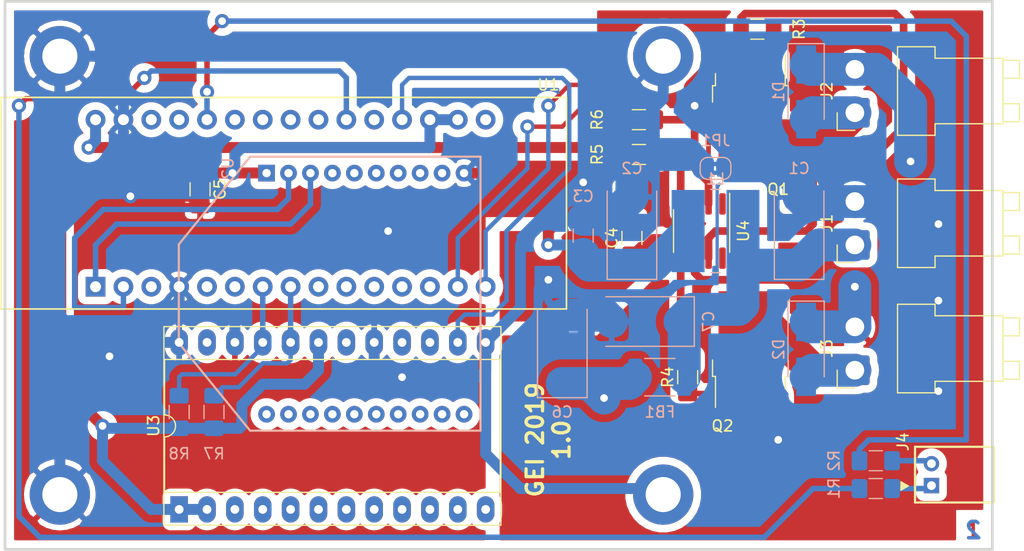
<source format=kicad_pcb>
(kicad_pcb (version 20171130) (host pcbnew 5.1.4-e60b266~84~ubuntu18.04.1)
  (title_block (title "Carte Embarquée") (date 2019-10-02) (rev 1.0) (company "INSA GEI"))
  (layers (0 F.Cu signal) (31 B.Cu signal) (34 B.Paste user) (35 F.Paste user) (36 B.SilkS user) (37 F.SilkS user) (38 B.Mask user) (39 F.Mask user) (44 Edge.Cuts user))
  (net 0 "")
  (net 1 +12V)
  (net 2 GND)
  (net 3 +3V3)
  (net 4 VDD)
  (net 5 /Alim_12V)
  (net 6 "Net-(J4-Pad1)")
  (net 7 /USART_TX)
  (net 8 "Net-(J4-Pad2)")
  (net 9 /USART_RX)
  (net 10 GNDPWR)
  (net 11 "Net-(Q1-Pad1)")
  (net 12 "Net-(Q2-Pad1)")
  (net 13 "Net-(R3-Pad2)")
  (net 14 "Net-(R4-Pad2)")
  (net 15 /TIM22_CH2)
  (net 16 /TIM22_CH1)
  (net 17 /USART2_TX)
  (net 18 /USART2_RX)
  (net 19 /I2C1_SDA)
  (net 20 /I2C1_SCL)
  (net 21 /SENSOR_INT)
  (net 22 "Net-(D1-Pad2)")
  (net 23 "Net-(D2-Pad2)")
  (module Insa:STM32-Nucleo-32 (layer F.Cu) (at 106.035 78.415 90)
    (fp_text reference U1 (at 10.795 23.495) (layer F.SilkS))
    (fp_text value STM32L031)
    (pad 1 thru_hole rect (at -7.62 -17.78 90) (size 1.8 1.8) (drill 1) (layers *.Cu *.Mask) (net 17 /USART2_TX))
    (pad 2 thru_hole circle (at -7.62 -15.24 90) (size 1.8 1.8) (drill 1) (layers *.Cu *.Mask) (net 18 /USART2_RX))
    (pad 3 thru_hole circle (at -7.62 -12.7 90) (size 1.8 1.8) (drill 1) (layers *.Cu *.Mask))
    (pad 4 thru_hole circle (at -7.62 -10.16 90) (size 1.8 1.8) (drill 1) (layers *.Cu *.Mask) (net 2 GND))
    (pad 5 thru_hole circle (at -7.62 -7.62 90) (size 1.8 1.8) (drill 1) (layers *.Cu *.Mask))
    (pad 6 thru_hole circle (at -7.62 -5.08 90) (size 1.8 1.8) (drill 1) (layers *.Cu *.Mask))
    (pad 7 thru_hole circle (at -7.62 -2.54 90) (size 1.8 1.8) (drill 1) (layers *.Cu *.Mask) (net 19 /I2C1_SDA))
    (pad 8 thru_hole circle (at -7.62 0 90) (size 1.8 1.8) (drill 1) (layers *.Cu *.Mask) (net 20 /I2C1_SCL))
    (pad 9 thru_hole circle (at -7.62 2.54 90) (size 1.8 1.8) (drill 1) (layers *.Cu *.Mask))
    (pad 10 thru_hole circle (at -7.62 5.08 90) (size 1.8 1.8) (drill 1) (layers *.Cu *.Mask))
    (pad 11 thru_hole circle (at -7.62 7.62 90) (size 1.8 1.8) (drill 1) (layers *.Cu *.Mask))
    (pad 12 thru_hole circle (at -7.62 10.16 90) (size 1.8 1.8) (drill 1) (layers *.Cu *.Mask))
    (pad 13 thru_hole circle (at -7.62 12.7 90) (size 1.8 1.8) (drill 1) (layers *.Cu *.Mask))
    (pad 14 thru_hole circle (at -7.62 15.24 90) (size 1.8 1.8) (drill 1) (layers *.Cu *.Mask) (net 15 /TIM22_CH2))
    (pad 15 thru_hole circle (at -7.62 17.78 90) (size 1.8 1.8) (drill 1) (layers *.Cu *.Mask) (net 16 /TIM22_CH1))
    (pad 16 thru_hole circle (at 7.62 17.78 90) (size 1.8 1.8) (drill 1) (layers *.Cu *.Mask))
    (pad 17 thru_hole circle (at 7.62 15.24 90) (size 1.8 1.8) (drill 1) (layers *.Cu *.Mask) (net 3 +3V3))
    (pad 18 thru_hole circle (at 7.62 12.7 90) (size 1.8 1.8) (drill 1) (layers *.Cu *.Mask) (net 3 +3V3))
    (pad 19 thru_hole circle (at 7.62 10.16 90) (size 1.8 1.8) (drill 1) (layers *.Cu *.Mask) (net 21 /SENSOR_INT))
    (pad 20 thru_hole circle (at 7.62 7.62 90) (size 1.8 1.8) (drill 1) (layers *.Cu *.Mask))
    (pad 21 thru_hole circle (at 7.62 5.08 90) (size 1.8 1.8) (drill 1) (layers *.Cu *.Mask) (net 7 /USART_TX))
    (pad 22 thru_hole circle (at 7.62 2.54 90) (size 1.8 1.8) (drill 1) (layers *.Cu *.Mask))
    (pad 23 thru_hole circle (at 7.62 0 90) (size 1.8 1.8) (drill 1) (layers *.Cu *.Mask))
    (pad 24 thru_hole circle (at 7.62 -2.54 90) (size 1.8 1.8) (drill 1) (layers *.Cu *.Mask))
    (pad 25 thru_hole circle (at 7.62 -5.08 90) (size 1.8 1.8) (drill 1) (layers *.Cu *.Mask))
    (pad 26 thru_hole circle (at 7.62 -7.62 90) (size 1.8 1.8) (drill 1) (layers *.Cu *.Mask) (net 9 /USART_RX))
    (pad 27 thru_hole circle (at 7.62 -10.16 90) (size 1.8 1.8) (drill 1) (layers *.Cu *.Mask))
    (pad 28 thru_hole circle (at 7.62 -12.7 90) (size 1.8 1.8) (drill 1) (layers *.Cu *.Mask))
    (pad 29 thru_hole circle (at 7.62 -15.24 90) (size 1.8 1.8) (drill 1) (layers *.Cu *.Mask) (net 2 GND))
    (pad 30 thru_hole circle (at 7.62 -17.78 90) (size 1.8 1.8) (drill 1) (layers *.Cu *.Mask) (net 4 VDD))
  )
  (module Capacitor_SMD:C_1206_3216Metric_Pad1.42x1.75mm_HandSolder (layer F.Cu) (at 97.78 77.145 270)
    (fp_text reference C5 (at 0 -1.82 270) (layer F.SilkS))
    (fp_text value 100nF)
    (pad 2 smd roundrect (at 1.4875 0 270) (size 1.425 1.75) (layers F.Cu F.Paste F.Mask) (roundrect_rratio 0.175439) (net 2 GND))
    (pad 1 smd roundrect (at -1.4875 0 270) (size 1.425 1.75) (layers F.Cu F.Paste F.Mask) (roundrect_rratio 0.175439) (net 3 +3V3))
  )
  (module MountingHole:MountingHole_3.2mm_M3_ISO14580_Pad (layer F.Cu) (at 140 65)
    (fp_text reference H1 hide)
    (fp_text value MountingHole_Pad hide)
    (pad 1 thru_hole circle (at 0 0) (size 5.5 5.5) (drill 3.2) (layers *.Cu *.Mask) (net 2 GND))
  )
  (module MountingHole:MountingHole_3.2mm_M3_ISO14580_Pad (layer F.Cu) (at 85 105)
    (fp_text reference H2 hide)
    (fp_text value MountingHole_Pad hide)
    (pad 1 thru_hole circle (at 0 0) (size 5.5 5.5) (drill 3.2) (layers *.Cu *.Mask) (net 2 GND))
  )
  (module MountingHole:MountingHole_3.2mm_M3_ISO14580_Pad (layer F.Cu) (at 85 65)
    (fp_text reference H3 hide)
    (fp_text value MountingHole_Pad hide)
    (pad 1 thru_hole circle (at 0 0) (size 5.5 5.5) (drill 3.2) (layers *.Cu *.Mask) (net 2 GND))
  )
  (module MountingHole:MountingHole_3.2mm_M3_ISO14580_Pad (layer F.Cu) (at 140 105)
    (fp_text reference H4 hide)
    (fp_text value MountingHole_Pad hide)
    (pad 1 thru_hole circle (at 0 0) (size 5.5 5.5) (drill 3.2) (layers *.Cu *.Mask) (net 2 GND))
  )
  (module Resistor_SMD:R_1206_3216Metric_Pad1.42x1.75mm_HandSolder (layer B.Cu) (at 159.375 101.91)
    (fp_text reference R2 (at -3.81 0 270) (layer B.SilkS) (effects (justify mirror)))
    (fp_text value 0R)
    (pad 1 smd roundrect (at -1.4875 0) (size 1.425 1.75) (layers B.Cu B.Paste B.Mask) (roundrect_rratio 0.175439) (net 9 /USART_RX))
    (pad 2 smd roundrect (at 1.4875 0) (size 1.425 1.75) (layers B.Cu B.Paste B.Mask) (roundrect_rratio 0.175439) (net 8 "Net-(J4-Pad2)"))
  )
  (module Resistor_SMD:R_1206_3216Metric_Pad1.42x1.75mm_HandSolder (layer F.Cu) (at 148.58 62.54 180)
    (fp_text reference R3 (at -3.81 0 270) (layer F.SilkS))
    (fp_text value 10R)
    (pad 2 smd roundrect (at 1.4875 0 180) (size 1.425 1.75) (layers F.Cu F.Paste F.Mask) (roundrect_rratio 0.175439) (net 13 "Net-(R3-Pad2)"))
    (pad 1 smd roundrect (at -1.4875 0 180) (size 1.425 1.75) (layers F.Cu F.Paste F.Mask) (roundrect_rratio 0.175439) (net 11 "Net-(Q1-Pad1)"))
  )
  (module Resistor_SMD:R_1206_3216Metric_Pad1.42x1.75mm_HandSolder (layer F.Cu) (at 142.23 94.29 90)
    (fp_text reference R4 (at 0 -1.82 90) (layer F.SilkS))
    (fp_text value 10R)
    (pad 1 smd roundrect (at -1.4875 0 90) (size 1.425 1.75) (layers F.Cu F.Paste F.Mask) (roundrect_rratio 0.175439) (net 12 "Net-(Q2-Pad1)"))
    (pad 2 smd roundrect (at 1.4875 0 90) (size 1.425 1.75) (layers F.Cu F.Paste F.Mask) (roundrect_rratio 0.175439) (net 14 "Net-(R4-Pad2)"))
  )
  (module Resistor_SMD:R_1206_3216Metric_Pad1.42x1.75mm_HandSolder (layer F.Cu) (at 137.785 73.97 180)
    (fp_text reference R5 (at 3.81 0 90) (layer F.SilkS))
    (fp_text value 1K)
    (pad 1 smd roundrect (at -1.4875 0 180) (size 1.425 1.75) (layers F.Cu F.Paste F.Mask) (roundrect_rratio 0.175439) (net 15 /TIM22_CH2))
    (pad 2 smd roundrect (at 1.4875 0 180) (size 1.425 1.75) (layers F.Cu F.Paste F.Mask) (roundrect_rratio 0.175439) (net 10 GNDPWR))
  )
  (module Resistor_SMD:R_1206_3216Metric_Pad1.42x1.75mm_HandSolder (layer F.Cu) (at 137.785 70.795 180)
    (fp_text reference R6 (at 3.81 0 90) (layer F.SilkS))
    (fp_text value 1K)
    (pad 1 smd roundrect (at -1.4875 0 180) (size 1.425 1.75) (layers F.Cu F.Paste F.Mask) (roundrect_rratio 0.175439) (net 16 /TIM22_CH1))
    (pad 2 smd roundrect (at 1.4875 0 180) (size 1.425 1.75) (layers F.Cu F.Paste F.Mask) (roundrect_rratio 0.175439) (net 10 GNDPWR))
  )
  (module Insa:DF3A-2P-2DS (layer F.Cu) (at 164.455 103.18 90)
    (fp_text reference J4 (at 3 -2.6 270) (layer F.SilkS))
    (fp_text value Conn_01x02)
    (pad 1 thru_hole rect (at -1 0 90) (size 1.4 1.4) (drill 0.8) (layers *.Cu *.Mask) (net 6 "Net-(J4-Pad1)"))
    (pad 2 thru_hole circle (at 1 0 90) (size 1.4 1.4) (drill 0.8) (layers *.Cu *.Mask) (net 8 "Net-(J4-Pad2)"))
  )
  (module Capacitor_Tantalum_SMD:CP_EIA-7343-31_Kemet-D (layer B.Cu) (at 152.39 80.955 90)
    (fp_text reference C1 (at 5.715 0) (layer B.SilkS) (effects (justify mirror)))
    (fp_text value 10µF)
    (pad 2 smd roundrect (at 3.1125 0 90) (size 2.075 2.55) (layers B.Cu B.Paste B.Mask) (roundrect_rratio 0.120482) (net 10 GNDPWR))
    (pad 1 smd roundrect (at -3.1125 0 90) (size 2.075 2.55) (layers B.Cu B.Paste B.Mask) (roundrect_rratio 0.120482) (net 5 /Alim_12V))
  )
  (module Jumper:SolderJumper-2_P1.3mm_Bridged2Bar_RoundedPad1.0x1.5mm (layer B.Cu) (at 144.77 75.24 180)
    (fp_text reference JP1 (at 0 2.54 180) (layer B.SilkS) (effects (justify mirror)))
    (fp_text value Jumper_2_Bridged)
    (fp_poly (pts (xy -0.25 -0.2) (xy 0.25 -0.2) (xy 0.25 -0.6) (xy -0.25 -0.6)) (layer B.Cu) (width 0))
    (fp_poly (pts (xy -0.25 0.6) (xy 0.25 0.6) (xy 0.25 0.2) (xy -0.25 0.2)) (layer B.Cu) (width 0))
    (pad 2 smd custom (at 0.65 0 180) (size 1 0.5) (layers B.Cu B.Mask) (net 2 GND) (options (clearance outline) (anchor rect)) (primitives (gr_circle (center 0 -0.25) (end 0.5 -0.25) (width 0)) (gr_circle (center 0 0.25) (end 0.5 0.25) (width 0)) (gr_poly (pts (xy -0.5 -0.75) (xy -0.5 0.75) (xy 0 0.75) (xy 0 -0.75)) (width 0))))
    (pad 1 smd custom (at -0.65 0 180) (size 1 0.5) (layers B.Cu B.Mask) (net 10 GNDPWR) (options (clearance outline) (anchor rect)) (primitives (gr_circle (center 0 -0.25) (end 0.5 -0.25) (width 0)) (gr_circle (center 0 0.25) (end 0.5 0.25) (width 0)) (gr_poly (pts (xy 0.5 -0.75) (xy 0.5 0.75) (xy 0 0.75) (xy 0 -0.75)) (width 0))))
  )
  (module Connector_JST:JST_VH_B2PS-VH_1x02_P3.96mm_Horizontal (layer F.Cu) (at 157.47 70.16 90)
    (fp_text reference J2 (at 1.98 -2.55 270) (layer F.SilkS))
    (fp_text value Conn_01x02)
    (pad 1 thru_hole roundrect (at 0 0 90) (size 2.7 2.7) (drill 1.7) (layers *.Cu *.Mask) (roundrect_rratio 0.09259299999999999) (net 22 "Net-(D1-Pad2)"))
    (pad 2 thru_hole circle (at 3.96 0 90) (size 2.7 2.7) (drill 1.7) (layers *.Cu *.Mask) (net 1 +12V))
  )
  (module Connector_JST:JST_VH_B2PS-VH_1x02_P3.96mm_Horizontal (layer F.Cu) (at 157.47 93.655 90)
    (fp_text reference J3 (at 1.98 -2.55 270) (layer F.SilkS))
    (fp_text value Conn_01x02)
    (pad 2 thru_hole circle (at 3.96 0 90) (size 2.7 2.7) (drill 1.7) (layers *.Cu *.Mask) (net 1 +12V))
    (pad 1 thru_hole roundrect (at 0 0 90) (size 2.7 2.7) (drill 1.7) (layers *.Cu *.Mask) (roundrect_rratio 0.09259299999999999) (net 23 "Net-(D2-Pad2)"))
  )
  (module Capacitor_Tantalum_SMD:CP_EIA-7343-31_Kemet-D (layer B.Cu) (at 137.15 80.955 90)
    (fp_text reference C2 (at 5.715 0 180) (layer B.SilkS) (effects (justify mirror)))
    (fp_text value 10µF)
    (pad 1 smd roundrect (at -3.1125 0 90) (size 2.075 2.55) (layers B.Cu B.Paste B.Mask) (roundrect_rratio 0.120482) (net 4 VDD))
    (pad 2 smd roundrect (at 3.1125 0 90) (size 2.075 2.55) (layers B.Cu B.Paste B.Mask) (roundrect_rratio 0.120482) (net 2 GND))
  )
  (module Capacitor_SMD:C_1206_3216Metric_Pad1.42x1.75mm_HandSolder (layer B.Cu) (at 132.705 81.3725 90)
    (fp_text reference C3 (at 3.5925 0 180) (layer B.SilkS) (effects (justify mirror)))
    (fp_text value 100nF)
    (pad 2 smd roundrect (at 1.4875 0 90) (size 1.425 1.75) (layers B.Cu B.Paste B.Mask) (roundrect_rratio 0.175439) (net 2 GND))
    (pad 1 smd roundrect (at -1.4875 0 90) (size 1.425 1.75) (layers B.Cu B.Paste B.Mask) (roundrect_rratio 0.175439) (net 4 VDD))
  )
  (module Capacitor_SMD:C_1206_3216Metric_Pad1.42x1.75mm_HandSolder (layer F.Cu) (at 137.15 81.59 90)
    (fp_text reference C4 (at 0 -1.82 90) (layer F.SilkS))
    (fp_text value 100nF)
    (pad 1 smd roundrect (at -1.4875 0 90) (size 1.425 1.75) (layers F.Cu F.Paste F.Mask) (roundrect_rratio 0.175439) (net 1 +12V))
    (pad 2 smd roundrect (at 1.4875 0 90) (size 1.425 1.75) (layers F.Cu F.Paste F.Mask) (roundrect_rratio 0.175439) (net 10 GNDPWR))
  )
  (module Inductor_SMD:L_1812_4532Metric_Pad1.30x3.40mm_HandSolder (layer B.Cu) (at 139.69 94.29)
    (fp_text reference FB1 (at 0 3.175) (layer B.SilkS) (effects (justify mirror)))
    (fp_text value HI1812T800R-10)
    (pad 1 smd roundrect (at -2.225 0) (size 1.3 3.4) (layers B.Cu B.Paste B.Mask) (roundrect_rratio 0.192308) (net 1 +12V))
    (pad 2 smd roundrect (at 2.225 0) (size 1.3 3.4) (layers B.Cu B.Paste B.Mask) (roundrect_rratio 0.192308) (net 5 /Alim_12V))
  )
  (module Connector_JST:JST_VH_B2PS-VH_1x02_P3.96mm_Horizontal (layer F.Cu) (at 157.47 82.225 90)
    (fp_text reference J1 (at 1.98 -2.55 90) (layer F.SilkS))
    (fp_text value Conn_01x02)
    (pad 1 thru_hole roundrect (at 0 0 90) (size 2.7 2.7) (drill 1.7) (layers *.Cu *.Mask) (roundrect_rratio 0.09259299999999999) (net 5 /Alim_12V))
    (pad 2 thru_hole circle (at 3.96 0 90) (size 2.7 2.7) (drill 1.7) (layers *.Cu *.Mask) (net 10 GNDPWR))
  )
  (module Inductor_SMD:L_Wuerth_WE-PD2-Typ-L (layer B.Cu) (at 144.77 80.955 180)
    (fp_text reference L1 (at 0 4.75) (layer B.SilkS) (effects (justify mirror)))
    (fp_text value 10mH)
    (pad 1 smd rect (at -2.5 0 180) (size 3 7.5) (layers B.Cu B.Paste B.Mask) (net 5 /Alim_12V))
    (pad 2 smd rect (at 2.5 0 180) (size 3 7.5) (layers B.Cu B.Paste B.Mask) (net 4 VDD))
  )
  (module Package_TO_SOT_SMD:TO-252-3_TabPin4 (layer F.Cu) (at 147.945 70.16 270)
    (fp_text reference Q1 (at 6.985 -2.54 180) (layer F.SilkS))
    (fp_text value NTD5865NLT4G)
    (pad 4 smd rect (at 2.1 0 270) (size 6.4 5.8) (layers F.Cu F.Mask) (net 22 "Net-(D1-Pad2)"))
    (pad 3 smd rect (at -4.2 2.28 270) (size 2.2 1.2) (layers F.Cu F.Paste F.Mask) (net 10 GNDPWR))
    (pad 2 smd rect (at -4.2 0 270) (size 2.2 1.2) (layers F.Cu F.Paste F.Mask) (net 22 "Net-(D1-Pad2)"))
    (pad 1 smd rect (at -4.2 -2.28 270) (size 2.2 1.2) (layers F.Cu F.Paste F.Mask) (net 11 "Net-(Q1-Pad1)"))
  )
  (module Package_TO_SOT_SMD:TO-252-3_TabPin4 (layer F.Cu) (at 147.945 91.75 90)
    (fp_text reference Q2 (at -6.985 -2.54 180) (layer F.SilkS))
    (fp_text value NTD5865NLT4G)
    (pad 1 smd rect (at -4.2 -2.28 90) (size 2.2 1.2) (layers F.Cu F.Paste F.Mask) (net 12 "Net-(Q2-Pad1)"))
    (pad 2 smd rect (at -4.2 0 90) (size 2.2 1.2) (layers F.Cu F.Paste F.Mask) (net 23 "Net-(D2-Pad2)"))
    (pad 3 smd rect (at -4.2 2.28 90) (size 2.2 1.2) (layers F.Cu F.Paste F.Mask) (net 10 GNDPWR))
    (pad 4 smd rect (at 2.1 0 90) (size 6.4 5.8) (layers F.Cu F.Mask) (net 23 "Net-(D2-Pad2)"))
  )
  (module Resistor_SMD:R_1206_3216Metric_Pad1.42x1.75mm_HandSolder (layer B.Cu) (at 159.375 104.45)
    (fp_text reference R1 (at -3.81 0 90) (layer B.SilkS) (effects (justify mirror)))
    (fp_text value 0R)
    (pad 1 smd roundrect (at -1.4875 0) (size 1.425 1.75) (layers B.Cu B.Paste B.Mask) (roundrect_rratio 0.175439) (net 7 /USART_TX))
    (pad 2 smd roundrect (at 1.4875 0) (size 1.425 1.75) (layers B.Cu B.Paste B.Mask) (roundrect_rratio 0.175439) (net 6 "Net-(J4-Pad1)"))
  )
  (module Insa:Xbee3 (layer B.Cu) (at 109.845 86.67 270)
    (fp_text reference U2 (at -11.43 9.525 270) (layer B.SilkS) (effects (justify mirror)))
    (fp_text value XBee)
    (pad 4 thru_hole circle (at -11 0 270) (size 1.524 1.524) (drill 0.762) (layers *.Cu *.Mask))
    (pad 17 thru_hole circle (at 11 0 270) (size 1.524 1.524) (drill 0.762) (layers *.Cu *.Mask))
    (pad 3 thru_hole circle (at -11 2 270) (size 1.524 1.524) (drill 0.762) (layers *.Cu *.Mask) (net 17 /USART2_TX))
    (pad 2 thru_hole circle (at -11 4 270) (size 1.524 1.524) (drill 0.762) (layers *.Cu *.Mask) (net 18 /USART2_RX))
    (pad 1 thru_hole rect (at -11 6 270) (size 1.524 1.524) (drill 0.762) (layers *.Cu *.Mask) (net 3 +3V3))
    (pad 18 thru_hole circle (at 11 2 270) (size 1.524 1.524) (drill 0.762) (layers *.Cu *.Mask))
    (pad 19 thru_hole circle (at 11 4 270) (size 1.524 1.524) (drill 0.762) (layers *.Cu *.Mask))
    (pad 20 thru_hole circle (at 11 6 270) (size 1.524 1.524) (drill 0.762) (layers *.Cu *.Mask))
    (pad 16 thru_hole circle (at 11 -2 270) (size 1.524 1.524) (drill 0.762) (layers *.Cu *.Mask))
    (pad 15 thru_hole circle (at 11 -4 270) (size 1.524 1.524) (drill 0.762) (layers *.Cu *.Mask))
    (pad 14 thru_hole circle (at 11 -6 270) (size 1.524 1.524) (drill 0.762) (layers *.Cu *.Mask))
    (pad 13 thru_hole circle (at 11 -8 270) (size 1.524 1.524) (drill 0.762) (layers *.Cu *.Mask))
    (pad 12 thru_hole circle (at 11 -10 270) (size 1.524 1.524) (drill 0.762) (layers *.Cu *.Mask))
    (pad 11 thru_hole circle (at 11 -12 270) (size 1.524 1.524) (drill 0.762) (layers *.Cu *.Mask))
    (pad 5 thru_hole circle (at -11 -2 270) (size 1.524 1.524) (drill 0.762) (layers *.Cu *.Mask))
    (pad 6 thru_hole circle (at -11 -4 270) (size 1.524 1.524) (drill 0.762) (layers *.Cu *.Mask))
    (pad 7 thru_hole circle (at -11 -6 270) (size 1.524 1.524) (drill 0.762) (layers *.Cu *.Mask))
    (pad 8 thru_hole circle (at -11 -8 270) (size 1.524 1.524) (drill 0.762) (layers *.Cu *.Mask))
    (pad 9 thru_hole circle (at -11 -10 270) (size 1.524 1.524) (drill 0.762) (layers *.Cu *.Mask))
    (pad 10 thru_hole circle (at -11 -12 270) (size 1.524 1.524) (drill 0.762) (layers *.Cu *.Mask) (net 2 GND))
  )
  (module Package_DIP:DIP-24_W15.24mm_Socket_LongPads (layer F.Cu) (at 95.875 106.355 90)
    (fp_text reference U3 (at 7.62 -2.33 90) (layer F.SilkS))
    (fp_text value STEVAL-MKI176V1)
    (pad 1 thru_hole rect (at 0 0 90) (size 2.4 1.6) (drill 0.8) (layers *.Cu *.Mask) (net 3 +3V3))
    (pad 13 thru_hole oval (at 15.24 27.94 90) (size 2.4 1.6) (drill 0.8) (layers *.Cu *.Mask) (net 2 GND))
    (pad 2 thru_hole oval (at 0 2.54 90) (size 2.4 1.6) (drill 0.8) (layers *.Cu *.Mask) (net 3 +3V3))
    (pad 14 thru_hole oval (at 15.24 25.4 90) (size 2.4 1.6) (drill 0.8) (layers *.Cu *.Mask) (net 21 /SENSOR_INT))
    (pad 3 thru_hole oval (at 0 5.08 90) (size 2.4 1.6) (drill 0.8) (layers *.Cu *.Mask))
    (pad 15 thru_hole oval (at 15.24 22.86 90) (size 2.4 1.6) (drill 0.8) (layers *.Cu *.Mask))
    (pad 4 thru_hole oval (at 0 7.62 90) (size 2.4 1.6) (drill 0.8) (layers *.Cu *.Mask))
    (pad 16 thru_hole oval (at 15.24 20.32 90) (size 2.4 1.6) (drill 0.8) (layers *.Cu *.Mask))
    (pad 5 thru_hole oval (at 0 10.16 90) (size 2.4 1.6) (drill 0.8) (layers *.Cu *.Mask))
    (pad 17 thru_hole oval (at 15.24 17.78 90) (size 2.4 1.6) (drill 0.8) (layers *.Cu *.Mask) (net 2 GND))
    (pad 6 thru_hole oval (at 0 12.7 90) (size 2.4 1.6) (drill 0.8) (layers *.Cu *.Mask))
    (pad 18 thru_hole oval (at 15.24 15.24 90) (size 2.4 1.6) (drill 0.8) (layers *.Cu *.Mask))
    (pad 7 thru_hole oval (at 0 15.24 90) (size 2.4 1.6) (drill 0.8) (layers *.Cu *.Mask))
    (pad 19 thru_hole oval (at 15.24 12.7 90) (size 2.4 1.6) (drill 0.8) (layers *.Cu *.Mask) (net 3 +3V3))
    (pad 8 thru_hole oval (at 0 17.78 90) (size 2.4 1.6) (drill 0.8) (layers *.Cu *.Mask))
    (pad 20 thru_hole oval (at 15.24 10.16 90) (size 2.4 1.6) (drill 0.8) (layers *.Cu *.Mask) (net 20 /I2C1_SCL))
    (pad 9 thru_hole oval (at 0 20.32 90) (size 2.4 1.6) (drill 0.8) (layers *.Cu *.Mask))
    (pad 21 thru_hole oval (at 15.24 7.62 90) (size 2.4 1.6) (drill 0.8) (layers *.Cu *.Mask) (net 19 /I2C1_SDA))
    (pad 10 thru_hole oval (at 0 22.86 90) (size 2.4 1.6) (drill 0.8) (layers *.Cu *.Mask))
    (pad 22 thru_hole oval (at 15.24 5.08 90) (size 2.4 1.6) (drill 0.8) (layers *.Cu *.Mask) (net 2 GND))
    (pad 11 thru_hole oval (at 0 25.4 90) (size 2.4 1.6) (drill 0.8) (layers *.Cu *.Mask))
    (pad 23 thru_hole oval (at 15.24 2.54 90) (size 2.4 1.6) (drill 0.8) (layers *.Cu *.Mask))
    (pad 12 thru_hole oval (at 0 27.94 90) (size 2.4 1.6) (drill 0.8) (layers *.Cu *.Mask))
    (pad 24 thru_hole oval (at 15.24 0 90) (size 2.4 1.6) (drill 0.8) (layers *.Cu *.Mask) (net 2 GND))
  )
  (module Package_SO:SOIC-8_3.9x4.9mm_P1.27mm (layer F.Cu) (at 143.5 80.955 270)
    (fp_text reference U4 (at 0 -3.81 270) (layer F.SilkS))
    (fp_text value MIC4427)
    (pad 1 smd roundrect (at -2.475 -1.905 270) (size 1.95 0.6) (layers F.Cu F.Paste F.Mask))
    (pad 2 smd roundrect (at -2.475 -0.635 270) (size 1.95 0.6) (layers F.Cu F.Paste F.Mask) (net 16 /TIM22_CH1))
    (pad 3 smd roundrect (at -2.475 0.635 270) (size 1.95 0.6) (layers F.Cu F.Paste F.Mask) (net 10 GNDPWR))
    (pad 4 smd roundrect (at -2.475 1.905 270) (size 1.95 0.6) (layers F.Cu F.Paste F.Mask) (net 15 /TIM22_CH2))
    (pad 5 smd roundrect (at 2.475 1.905 270) (size 1.95 0.6) (layers F.Cu F.Paste F.Mask) (net 14 "Net-(R4-Pad2)"))
    (pad 6 smd roundrect (at 2.475 0.635 270) (size 1.95 0.6) (layers F.Cu F.Paste F.Mask) (net 1 +12V))
    (pad 7 smd roundrect (at 2.475 -0.635 270) (size 1.95 0.6) (layers F.Cu F.Paste F.Mask) (net 13 "Net-(R3-Pad2)"))
    (pad 8 smd roundrect (at 2.475 -1.905 270) (size 1.95 0.6) (layers F.Cu F.Paste F.Mask))
  )
  (module Capacitor_Tantalum_SMD:CP_EIA-7343-31_Kemet-D (layer B.Cu) (at 130.8 91.75 90)
    (fp_text reference C6 (at -5.715 0 180) (layer B.SilkS) (effects (justify mirror)))
    (fp_text value 10µF)
    (pad 1 smd roundrect (at -3.1125 0 90) (size 2.075 2.55) (layers B.Cu B.Paste B.Mask) (roundrect_rratio 0.120482) (net 1 +12V))
    (pad 2 smd roundrect (at 3.1125 0 90) (size 2.075 2.55) (layers B.Cu B.Paste B.Mask) (roundrect_rratio 0.120482) (net 10 GNDPWR))
  )
  (module Capacitor_Tantalum_SMD:CP_EIA-7343-31_Kemet-D (layer B.Cu) (at 138.42 89.21 180)
    (fp_text reference C7 (at -5.715 0 90) (layer B.SilkS) (effects (justify mirror)))
    (fp_text value 10µF)
    (pad 2 smd roundrect (at 3.1125 0 180) (size 2.075 2.55) (layers B.Cu B.Paste B.Mask) (roundrect_rratio 0.120482) (net 10 GNDPWR))
    (pad 1 smd roundrect (at -3.1125 0 180) (size 2.075 2.55) (layers B.Cu B.Paste B.Mask) (roundrect_rratio 0.120482) (net 5 /Alim_12V))
  )
  (module Diode_SMD:D_SMA_Handsoldering (layer B.Cu) (at 153.025 68.255 270)
    (fp_text reference D1 (at 0 2.5 90) (layer B.SilkS) (effects (justify mirror)))
    (fp_text value NRVTSA4100ET3G)
    (pad 2 smd rect (at 2.5 0 270) (size 3.5 1.8) (layers B.Cu B.Paste B.Mask) (net 22 "Net-(D1-Pad2)"))
    (pad 1 smd rect (at -2.5 0 270) (size 3.5 1.8) (layers B.Cu B.Paste B.Mask) (net 1 +12V))
  )
  (module Diode_SMD:D_SMA_Handsoldering (layer B.Cu) (at 153.025 91.75 270)
    (fp_text reference D2 (at 0 2.5 90) (layer B.SilkS) (effects (justify mirror)))
    (fp_text value NRVTSA4100ET3G)
    (pad 1 smd rect (at -2.5 0 270) (size 3.5 1.8) (layers B.Cu B.Paste B.Mask) (net 1 +12V))
    (pad 2 smd rect (at 2.5 0 270) (size 3.5 1.8) (layers B.Cu B.Paste B.Mask) (net 23 "Net-(D2-Pad2)"))
  )
  (module Resistor_SMD:R_1206_3216Metric_Pad1.42x1.75mm_HandSolder (layer B.Cu) (at 99.05 97.465 90)
    (fp_text reference R7 (at -3.81 0 180) (layer B.SilkS) (effects (justify mirror)))
    (fp_text value 4,7K)
    (pad 1 smd roundrect (at -1.4875 0 90) (size 1.425 1.75) (layers B.Cu B.Paste B.Mask) (roundrect_rratio 0.175439) (net 3 +3V3))
    (pad 2 smd roundrect (at 1.4875 0 90) (size 1.425 1.75) (layers B.Cu B.Paste B.Mask) (roundrect_rratio 0.175439) (net 20 /I2C1_SCL))
  )
  (module Resistor_SMD:R_1206_3216Metric_Pad1.42x1.75mm_HandSolder (layer B.Cu) (at 95.875 97.465 90)
    (fp_text reference R8 (at -3.81 0 180) (layer B.SilkS) (effects (justify mirror)))
    (fp_text value 4,7K)
    (pad 2 smd roundrect (at 1.4875 0 90) (size 1.425 1.75) (layers B.Cu B.Paste B.Mask) (roundrect_rratio 0.175439) (net 19 /I2C1_SDA))
    (pad 1 smd roundrect (at -1.4875 0 90) (size 1.425 1.75) (layers B.Cu B.Paste B.Mask) (roundrect_rratio 0.175439) (net 3 +3V3))
  )
  (gr_text 2 (at 168.265 108.26) (layer B.Cu) (effects (font (size 1.5 1.5) (thickness 0.3)) (justify mirror)))
  (gr_text 1 (at 168.265 108.26) (layer F.Cu) (effects (font (size 1.5 1.5) (thickness 0.3))))
  (gr_text "GEI 2019\n1.0" (at 129.53 100.005 90) (layer F.SilkS) (effects (font (size 1.5 1.5) (thickness 0.3))))
  (gr_line (start 80 110) (end 80 60) (layer Edge.Cuts) (width 0.25))
  (gr_line (start 170 110) (end 80 110) (layer Edge.Cuts) (width 0.25))
  (gr_line (start 170 60) (end 170 110) (layer Edge.Cuts) (width 0.25))
  (gr_line (start 80 60) (end 170 60) (layer Edge.Cuts) (width 0.25))
  (segment (start 153.47 66.2) (end 153.025 65.755) (width 3) (layer B.Cu) (net 1))
  (segment (start 153.47 89.695) (end 153.025 89.25) (width 3) (layer B.Cu) (net 1))
  (segment (start 157.47 89.695) (end 153.47 89.695) (width 3) (layer B.Cu) (net 1))
  (segment (start 157.47 66.2) (end 153.47 66.2) (width 3) (layer B.Cu) (net 1))
  (segment (start 136.8925 94.8625) (end 137.465 94.29) (width 3) (layer B.Cu) (net 1))
  (segment (start 142.865 83.43) (end 142.865 81.59) (width 0.7) (layer F.Cu) (net 1))
  (segment (start 142.865 81.59) (end 139.055 81.59) (width 0.7) (layer F.Cu) (net 1))
  (segment (start 137.921347 82.306153) (end 137.15 83.0775) (width 0.7) (layer F.Cu) (net 1))
  (segment (start 138.338847 82.306153) (end 137.921347 82.306153) (width 0.7) (layer F.Cu) (net 1))
  (segment (start 139.055 81.59) (end 138.338847 82.306153) (width 0.7) (layer F.Cu) (net 1))
  (segment (start 142.865 83.43) (end 142.865 84.765) (width 0.7) (layer F.Cu) (net 1))
  (segment (start 142.865 84.765) (end 143.5 85.4) (width 0.7) (layer F.Cu) (net 1))
  (segment (start 143.5 85.4) (end 154.93 85.4) (width 0.7) (layer F.Cu) (net 1))
  (segment (start 154.93 85.4) (end 156.835 85.4) (width 0.7) (layer F.Cu) (net 1))
  (via (at 157.47 86.035) (size 1.3) (drill 0.7) (layers F.Cu B.Cu) (net 1))
  (segment (start 156.835 85.4) (end 157.47 86.035) (width 0.7) (layer F.Cu) (net 1))
  (via (at 157.47 86.035) (size 1.3) (drill 0.7) (layers F.Cu B.Cu) (net 1))
  (segment (start 133.9125 95.4975) (end 134.61 96.195) (width 3) (layer B.Cu) (net 1))
  (segment (start 133.9125 94.8625) (end 133.9125 95.4975) (width 3) (layer B.Cu) (net 1))
  (segment (start 133.9125 94.8625) (end 136.8925 94.8625) (width 3) (layer B.Cu) (net 1))
  (via (at 134.61 96.195) (size 1.3) (drill 0.7) (layers F.Cu B.Cu) (net 1))
  (segment (start 130.8 94.8625) (end 133.9125 94.8625) (width 3) (layer B.Cu) (net 1))
  (segment (start 134.61 97.114238) (end 136.515 99.019238) (width 3) (layer F.Cu) (net 1))
  (segment (start 134.61 96.195) (end 134.61 97.114238) (width 3) (layer F.Cu) (net 1))
  (segment (start 136.515 99.019238) (end 141.879238 99.019238) (width 3) (layer F.Cu) (net 1))
  (segment (start 141.879238 99.019238) (end 146.675 103.815) (width 3) (layer F.Cu) (net 1))
  (segment (start 146.675 103.815) (end 157.47 103.815) (width 3) (layer F.Cu) (net 1))
  (segment (start 157.47 103.815) (end 162.55 98.735) (width 3) (layer F.Cu) (net 1))
  (segment (start 162.55 98.735) (end 162.55 86.67) (width 3) (layer F.Cu) (net 1))
  (segment (start 161.915 86.035) (end 157.47 86.035) (width 3) (layer F.Cu) (net 1))
  (segment (start 162.55 86.67) (end 161.915 86.035) (width 3) (layer F.Cu) (net 1))
  (segment (start 157.47 89.695) (end 157.47 86.035) (width 3) (layer B.Cu) (net 1))
  (via (at 162.549986 74.605) (size 1.3) (drill 0.7) (layers F.Cu B.Cu) (net 1))
  (segment (start 162.549986 86.669986) (end 162.549986 75.524238) (width 3) (layer F.Cu) (net 1))
  (segment (start 162.549986 69.370798) (end 162.549986 73.685762) (width 3) (layer B.Cu) (net 1))
  (segment (start 162.549986 73.685762) (end 162.549986 74.605) (width 3) (layer B.Cu) (net 1))
  (segment (start 159.379188 66.2) (end 162.549986 69.370798) (width 3) (layer B.Cu) (net 1))
  (segment (start 157.47 66.2) (end 159.379188 66.2) (width 3) (layer B.Cu) (net 1))
  (segment (start 162.549986 75.524238) (end 162.549986 74.605) (width 3) (layer F.Cu) (net 1))
  (segment (start 162.55 86.67) (end 162.549986 86.669986) (width 3) (layer F.Cu) (net 1))
  (segment (start 135.1075 79.885) (end 137.15 77.8425) (width 3) (layer B.Cu) (net 2))
  (segment (start 132.705 79.885) (end 135.1075 79.885) (width 3) (layer B.Cu) (net 2))
  (segment (start 85 65) (end 85 68.889087) (width 1) (layer B.Cu) (net 2))
  (segment (start 90.795 70.795) (end 90.795 76.51) (width 1) (layer B.Cu) (net 2))
  (via (at 91.43 77.78) (size 1.3) (drill 0.7) (layers F.Cu B.Cu) (net 2))
  (segment (start 90.795 76.51) (end 90.795 77.145) (width 1) (layer B.Cu) (net 2))
  (segment (start 90.795 77.145) (end 91.43 77.78) (width 1) (layer B.Cu) (net 2))
  (segment (start 96.9275 77.78) (end 97.78 78.6325) (width 1) (layer F.Cu) (net 2))
  (segment (start 91.43 77.78) (end 96.9275 77.78) (width 1) (layer F.Cu) (net 2))
  (segment (start 137.15 75.24) (end 137.15 77.8425) (width 3) (layer B.Cu) (net 2))
  (segment (start 142.23 73.97) (end 138.42 73.97) (width 3) (layer B.Cu) (net 2))
  (segment (start 138.42 73.97) (end 137.15 75.24) (width 3) (layer B.Cu) (net 2))
  (segment (start 143.62 74.74) (end 143.62 75.24) (width 2) (layer B.Cu) (net 2))
  (segment (start 142.23 73.97) (end 142.85 73.97) (width 2) (layer B.Cu) (net 2))
  (segment (start 142.85 73.97) (end 143.62 74.74) (width 2) (layer B.Cu) (net 2))
  (segment (start 138.42 70.469087) (end 138.42 73.97) (width 1) (layer B.Cu) (net 2))
  (segment (start 140 68.889087) (end 138.42 70.469087) (width 1) (layer B.Cu) (net 2))
  (segment (start 140 65) (end 140 68.889087) (width 1) (layer B.Cu) (net 2))
  (segment (start 121.845 75.67) (end 131.865 75.67) (width 1) (layer F.Cu) (net 2))
  (segment (start 131.865 75.67) (end 132.705 76.51) (width 1) (layer F.Cu) (net 2))
  (via (at 132.705 76.51) (size 1.3) (drill 0.7) (layers F.Cu B.Cu) (net 2))
  (segment (start 132.705 76.51) (end 132.705 79.885) (width 1) (layer B.Cu) (net 2))
  (segment (start 85 89.13) (end 85 105) (width 1) (layer B.Cu) (net 2))
  (segment (start 85 68.889087) (end 85 89.13) (width 1) (layer B.Cu) (net 2))
  (segment (start 132.705 76.51) (end 132.705 65.08) (width 1) (layer B.Cu) (net 2))
  (segment (start 132.705 65.08) (end 132.625 65) (width 1) (layer B.Cu) (net 2))
  (segment (start 132.625 65) (end 88.175 65) (width 1) (layer B.Cu) (net 2))
  (segment (start 88.175 65) (end 85 65) (width 1) (layer B.Cu) (net 2))
  (segment (start 88.969087 65.08) (end 88.889087 65) (width 1) (layer B.Cu) (net 2))
  (segment (start 88.889087 65) (end 88.175 65) (width 1) (layer B.Cu) (net 2))
  (segment (start 90.795 70.795) (end 90.795 65.08) (width 1) (layer B.Cu) (net 2))
  (segment (start 90.795 65.08) (end 88.969087 65.08) (width 1) (layer B.Cu) (net 2))
  (segment (start 123.815 101.275) (end 123.815 91.115) (width 1) (layer B.Cu) (net 2))
  (segment (start 126.99 104.45) (end 123.815 101.275) (width 1) (layer B.Cu) (net 2))
  (segment (start 140 105) (end 139.45 104.45) (width 1) (layer B.Cu) (net 2))
  (segment (start 139.45 104.45) (end 126.99 104.45) (width 1) (layer B.Cu) (net 2))
  (segment (start 129.33 79.885) (end 132.705 79.885) (width 1) (layer B.Cu) (net 2))
  (segment (start 126.99 82.225) (end 129.33 79.885) (width 1) (layer B.Cu) (net 2))
  (segment (start 126.99 87.94) (end 126.99 82.225) (width 1) (layer B.Cu) (net 2))
  (segment (start 123.815 91.115) (end 126.99 87.94) (width 1) (layer B.Cu) (net 2))
  (segment (start 95.875 87.305) (end 95.875 86.035) (width 1) (layer B.Cu) (net 2))
  (segment (start 85 89.13) (end 94.05 89.13) (width 1) (layer B.Cu) (net 2))
  (segment (start 94.05 91.09) (end 94.075 91.115) (width 1) (layer B.Cu) (net 2))
  (segment (start 94.075 91.115) (end 95.875 91.115) (width 1) (layer B.Cu) (net 2))
  (segment (start 94.05 89.13) (end 94.05 91.09) (width 1) (layer B.Cu) (net 2))
  (segment (start 94.9225 88.2575) (end 95.875 87.305) (width 1) (layer B.Cu) (net 2))
  (segment (start 94.05 89.13) (end 94.9225 88.2575) (width 1) (layer B.Cu) (net 2))
  (segment (start 100.955 88.915) (end 100.955 91.115) (width 1) (layer B.Cu) (net 2))
  (segment (start 100.2975 88.2575) (end 100.955 88.915) (width 1) (layer B.Cu) (net 2))
  (segment (start 94.9225 88.2575) (end 100.2975 88.2575) (width 1) (layer B.Cu) (net 2))
  (segment (start 123.815 91.115) (end 123.815 93.655) (width 1) (layer B.Cu) (net 2))
  (segment (start 123.815 93.655) (end 123.18 94.29) (width 1) (layer B.Cu) (net 2))
  (segment (start 123.18 94.29) (end 116.195 94.29) (width 1) (layer B.Cu) (net 2))
  (segment (start 113.655 93.655) (end 113.655 91.115) (width 1) (layer B.Cu) (net 2))
  (segment (start 114.29 94.29) (end 113.655 93.655) (width 1) (layer B.Cu) (net 2))
  (via (at 89.525 92.385) (size 1.3) (drill 0.7) (layers F.Cu B.Cu) (net 2))
  (segment (start 116.195 94.29) (end 114.29 94.29) (width 1) (layer B.Cu) (net 2))
  (via (at 116.195 94.29) (size 1.3) (drill 0.7) (layers F.Cu B.Cu) (net 2))
  (via (at 114.925 80.955) (size 1.3) (drill 0.7) (layers F.Cu B.Cu) (net 2))
  (segment (start 103.8325 75.6575) (end 103.845 75.67) (width 1) (layer B.Cu) (net 3))
  (segment (start 103.8325 75.6575) (end 103.845 75.67) (width 1) (layer F.Cu) (net 3))
  (segment (start 121.275 70.795) (end 118.735 70.795) (width 1) (layer B.Cu) (net 3))
  (via (at 100.7375 75.6575) (size 1.3) (drill 0.7) (layers F.Cu B.Cu) (net 3))
  (segment (start 97.78 75.6575) (end 100.7375 75.6575) (width 1) (layer F.Cu) (net 3))
  (segment (start 100.7375 75.6575) (end 103.8325 75.6575) (width 1) (layer F.Cu) (net 3))
  (segment (start 101.59 73.335) (end 100.955 73.97) (width 1) (layer B.Cu) (net 3))
  (segment (start 100.955 75.44) (end 100.7375 75.6575) (width 1) (layer B.Cu) (net 3))
  (segment (start 118.735 70.795) (end 118.735 73.335) (width 1) (layer B.Cu) (net 3))
  (segment (start 100.955 73.97) (end 100.955 75.44) (width 1) (layer B.Cu) (net 3))
  (segment (start 118.735 73.335) (end 101.59 73.335) (width 1) (layer B.Cu) (net 3))
  (segment (start 98.415 106.355) (end 95.875 106.355) (width 1) (layer B.Cu) (net 3))
  (segment (start 108.575 93.655) (end 108.575 91.115) (width 1) (layer B.Cu) (net 3))
  (segment (start 101.3725 98.9525) (end 101.59 98.735) (width 1) (layer B.Cu) (net 3))
  (segment (start 107.305 94.925) (end 108.575 93.655) (width 1) (layer B.Cu) (net 3))
  (segment (start 99.05 98.9525) (end 101.3725 98.9525) (width 1) (layer B.Cu) (net 3))
  (segment (start 101.59 96.83) (end 103.495 94.925) (width 1) (layer B.Cu) (net 3))
  (segment (start 101.59 98.735) (end 101.59 96.83) (width 1) (layer B.Cu) (net 3))
  (segment (start 103.495 94.925) (end 107.305 94.925) (width 1) (layer B.Cu) (net 3))
  (via (at 88.89 98.735) (size 1.3) (drill 0.7) (layers F.Cu B.Cu) (net 3))
  (segment (start 89.1075 98.9525) (end 88.89 98.735) (width 1) (layer B.Cu) (net 3))
  (segment (start 88.240001 98.085001) (end 88.89 98.735) (width 1) (layer F.Cu) (net 3))
  (segment (start 99.05 98.9525) (end 89.1075 98.9525) (width 1) (layer B.Cu) (net 3))
  (segment (start 85.08 77.145) (end 85.08 94.925) (width 1) (layer F.Cu) (net 3))
  (segment (start 85.08 94.925) (end 88.240001 98.085001) (width 1) (layer F.Cu) (net 3))
  (segment (start 86.5675 75.6575) (end 85.08 77.145) (width 1) (layer F.Cu) (net 3))
  (segment (start 97.78 75.6575) (end 86.5675 75.6575) (width 1) (layer F.Cu) (net 3))
  (segment (start 88.89 101.91) (end 88.89 98.735) (width 1) (layer B.Cu) (net 3))
  (segment (start 95.875 106.355) (end 93.335 106.355) (width 1) (layer B.Cu) (net 3))
  (segment (start 93.335 106.355) (end 88.89 101.91) (width 1) (layer B.Cu) (net 3))
  (segment (start 139.1575 84.0675) (end 142.27 80.955) (width 3) (layer B.Cu) (net 4))
  (segment (start 137.15 84.0675) (end 139.1575 84.0675) (width 3) (layer B.Cu) (net 4))
  (segment (start 137.15 84.0675) (end 133.2775 84.0675) (width 3) (layer B.Cu) (net 4))
  (segment (start 132.705 83.495) (end 132.705 83.08501) (width 3) (layer B.Cu) (net 4))
  (segment (start 133.2775 84.0675) (end 132.705 83.495) (width 3) (layer B.Cu) (net 4))
  (via (at 87.62 73.335) (size 1.3) (drill 0.7) (layers F.Cu B.Cu) (net 4))
  (segment (start 88.255 70.795) (end 88.255 72.7) (width 1) (layer B.Cu) (net 4))
  (segment (start 88.255 72.7) (end 87.62 73.335) (width 1) (layer B.Cu) (net 4))
  (segment (start 87.62 73.335) (end 133.975 73.335) (width 1) (layer F.Cu) (net 4))
  (segment (start 133.975 73.335) (end 134.61 73.97) (width 1) (layer F.Cu) (net 4))
  (segment (start 134.61 73.97) (end 134.61 79.05) (width 1) (layer F.Cu) (net 4))
  (segment (start 134.61 79.05) (end 131.435 79.05) (width 1) (layer F.Cu) (net 4))
  (segment (start 131.435 79.05) (end 129.53 80.955) (width 1) (layer F.Cu) (net 4))
  (via (at 129.53 82.225) (size 1.3) (drill 0.7) (layers F.Cu B.Cu) (net 4))
  (segment (start 129.53 80.955) (end 129.53 82.225) (width 1) (layer F.Cu) (net 4))
  (segment (start 132.07 82.225) (end 132.705 82.86) (width 1) (layer B.Cu) (net 4))
  (segment (start 129.53 82.225) (end 132.07 82.225) (width 1) (layer B.Cu) (net 4))
  (segment (start 146.872624 88.102376) (end 147.27 87.705) (width 3) (layer B.Cu) (net 5))
  (segment (start 142.640124 88.102376) (end 146.872624 88.102376) (width 3) (layer B.Cu) (net 5))
  (segment (start 141.5325 89.21) (end 142.640124 88.102376) (width 3) (layer B.Cu) (net 5))
  (segment (start 141.915 89.5925) (end 141.5325 89.21) (width 3) (layer B.Cu) (net 5))
  (segment (start 141.915 94.29) (end 141.915 89.5925) (width 3) (layer B.Cu) (net 5))
  (segment (start 152.39 84.0675) (end 147.9275 84.0675) (width 3) (layer B.Cu) (net 5))
  (segment (start 147.27 87.705) (end 147.27 84.725) (width 3) (layer B.Cu) (net 5))
  (segment (start 147.9275 84.0675) (end 147.27 84.725) (width 3) (layer B.Cu) (net 5))
  (segment (start 147.27 84.725) (end 147.27 80.955) (width 3) (layer B.Cu) (net 5))
  (segment (start 154.2325 82.225) (end 152.39 84.0675) (width 3) (layer B.Cu) (net 5))
  (segment (start 157.47 82.225) (end 154.2325 82.225) (width 3) (layer B.Cu) (net 5))
  (segment (start 164.185 104.45) (end 164.455 104.18) (width 0.5) (layer B.Cu) (net 6))
  (segment (start 160.8625 104.45) (end 164.185 104.45) (width 0.5) (layer B.Cu) (net 6))
  (via (at 81.27 69.525) (size 1.3) (drill 0.7) (layers F.Cu B.Cu) (net 7))
  (segment (start 81.919999 68.875001) (end 90.809999 68.875001) (width 0.5) (layer F.Cu) (net 7))
  (segment (start 81.27 69.525) (end 81.919999 68.875001) (width 0.5) (layer F.Cu) (net 7))
  (segment (start 90.809999 68.875001) (end 92.7 66.985) (width 0.5) (layer F.Cu) (net 7))
  (via (at 92.7 66.985) (size 1.3) (drill 0.7) (layers F.Cu B.Cu) (net 7))
  (segment (start 111.115 66.985) (end 111.115 70.795) (width 0.5) (layer B.Cu) (net 7))
  (segment (start 110.48 66.35) (end 111.115 66.985) (width 0.5) (layer B.Cu) (net 7))
  (segment (start 92.7 66.985) (end 93.335 66.35) (width 0.5) (layer B.Cu) (net 7))
  (segment (start 93.335 66.35) (end 110.48 66.35) (width 0.5) (layer B.Cu) (net 7))
  (segment (start 81.27 106.99) (end 81.27 69.525) (width 0.5) (layer B.Cu) (net 7))
  (segment (start 157.8875 104.45) (end 153.66 104.45) (width 0.5) (layer B.Cu) (net 7))
  (segment (start 83.175 108.895) (end 81.27 106.99) (width 0.5) (layer B.Cu) (net 7))
  (segment (start 149.215 108.895) (end 83.175 108.895) (width 0.5) (layer B.Cu) (net 7))
  (segment (start 153.66 104.45) (end 149.215 108.895) (width 0.5) (layer B.Cu) (net 7))
  (segment (start 164.185 101.91) (end 164.455 102.18) (width 0.5) (layer B.Cu) (net 8))
  (segment (start 160.8625 101.91) (end 164.185 101.91) (width 0.5) (layer B.Cu) (net 8))
  (via (at 99.790001 61.799999) (size 1.3) (drill 0.7) (layers F.Cu B.Cu) (net 9))
  (segment (start 98.415 63.175) (end 98.415 67.335762) (width 0.5) (layer F.Cu) (net 9))
  (segment (start 98.415 67.335762) (end 98.415 68.255) (width 0.5) (layer F.Cu) (net 9))
  (segment (start 99.790001 61.799999) (end 98.415 63.175) (width 0.5) (layer F.Cu) (net 9))
  (via (at 98.415 68.255) (size 1.3) (drill 0.7) (layers F.Cu B.Cu) (net 9))
  (segment (start 98.415 70.795) (end 98.415 68.255) (width 0.5) (layer B.Cu) (net 9))
  (segment (start 167.63 63.175) (end 166.254999 61.799999) (width 0.5) (layer B.Cu) (net 9))
  (segment (start 167.63 100.005) (end 167.63 63.175) (width 0.5) (layer B.Cu) (net 9))
  (segment (start 158.74 100.005) (end 167.63 100.005) (width 0.5) (layer B.Cu) (net 9))
  (segment (start 166.254999 61.799999) (end 99.790001 61.799999) (width 0.5) (layer B.Cu) (net 9))
  (segment (start 157.8875 101.91) (end 157.8875 100.8575) (width 0.5) (layer B.Cu) (net 9))
  (segment (start 157.8875 100.8575) (end 158.74 100.005) (width 0.5) (layer B.Cu) (net 9))
  (segment (start 152.8125 78.265) (end 152.39 77.8425) (width 3) (layer B.Cu) (net 10))
  (segment (start 157.47 78.265) (end 152.8125 78.265) (width 3) (layer B.Cu) (net 10))
  (segment (start 134.735 88.6375) (end 135.3075 89.21) (width 3) (layer B.Cu) (net 10))
  (segment (start 130.8 88.6375) (end 134.735 88.6375) (width 3) (layer B.Cu) (net 10))
  (segment (start 142.865 78.48) (end 142.865 80.32) (width 0.7) (layer F.Cu) (net 10))
  (segment (start 142.865 80.32) (end 140.325 80.32) (width 0.7) (layer F.Cu) (net 10))
  (segment (start 140.1075 80.1025) (end 137.15 80.1025) (width 0.7) (layer F.Cu) (net 10))
  (segment (start 140.325 80.32) (end 140.1075 80.1025) (width 0.7) (layer F.Cu) (net 10))
  (segment (start 152.39 77.8425) (end 152.39 76.51) (width 3) (layer B.Cu) (net 10))
  (segment (start 152.39 76.51) (end 149.85 73.97) (width 3) (layer B.Cu) (net 10))
  (segment (start 149.85 73.97) (end 147.31 73.97) (width 3) (layer B.Cu) (net 10))
  (segment (start 145.82001 74.83999) (end 145.82001 75.24) (width 2) (layer B.Cu) (net 10))
  (segment (start 147.31 73.97) (end 146.69 73.97) (width 2) (layer B.Cu) (net 10))
  (segment (start 136.2975 70.795) (end 136.2975 73.97) (width 0.7) (layer F.Cu) (net 10))
  (segment (start 146.69 73.97) (end 145.82001 74.83999) (width 2) (layer B.Cu) (net 10))
  (segment (start 146.69 73.97) (end 146.69 73.35) (width 2) (layer B.Cu) (net 10))
  (segment (start 146.69 73.35) (end 142.865 69.525) (width 2) (layer B.Cu) (net 10))
  (via (at 142.865 69.525) (size 1.3) (drill 0.7) (layers F.Cu B.Cu) (net 10))
  (segment (start 142.872035 69.24499) (end 143.008522 69.381477) (width 2) (layer F.Cu) (net 10))
  (segment (start 142.872035 67.973967) (end 142.872035 69.24499) (width 2) (layer F.Cu) (net 10))
  (segment (start 145.665 65.96) (end 144.886002 65.96) (width 2) (layer F.Cu) (net 10))
  (segment (start 144.886002 65.96) (end 142.872035 67.973967) (width 2) (layer F.Cu) (net 10))
  (segment (start 137.15 80.1025) (end 136.0975 80.1025) (width 0.7) (layer F.Cu) (net 10))
  (segment (start 136.0975 80.1025) (end 134.61 81.59) (width 0.7) (layer F.Cu) (net 10))
  (segment (start 134.61 81.59) (end 134.61 82.756388) (width 0.7) (layer F.Cu) (net 10))
  (segment (start 134.61 82.756388) (end 134.61 84.765) (width 0.7) (layer F.Cu) (net 10))
  (via (at 129.53 85.4) (size 1.3) (drill 0.7) (layers F.Cu B.Cu) (net 10))
  (segment (start 134.61 84.765) (end 133.975 85.4) (width 0.7) (layer F.Cu) (net 10))
  (segment (start 133.975 85.4) (end 129.53 85.4) (width 0.7) (layer F.Cu) (net 10))
  (segment (start 129.53 87.3675) (end 130.8 88.6375) (width 0.7) (layer B.Cu) (net 10))
  (segment (start 129.53 85.4) (end 129.53 87.3675) (width 0.7) (layer B.Cu) (net 10))
  (segment (start 150.225 99.745) (end 150.485 100.005) (width 2) (layer F.Cu) (net 10))
  (segment (start 150.225 95.95) (end 150.225 99.745) (width 2) (layer F.Cu) (net 10))
  (via (at 150.485 100.005) (size 1.3) (drill 0.7) (layers F.Cu B.Cu) (net 10))
  (segment (start 136.2975 79.25) (end 137.15 80.1025) (width 0.7) (layer F.Cu) (net 10))
  (segment (start 136.2975 73.97) (end 136.2975 79.25) (width 0.7) (layer F.Cu) (net 10))
  (segment (start 152.980002 100.005) (end 150.485 100.005) (width 3) (layer B.Cu) (net 10))
  (segment (start 162.55 96.83) (end 161.74251 97.63749) (width 3) (layer B.Cu) (net 10))
  (segment (start 157.47 78.265) (end 161.765 78.265) (width 3) (layer B.Cu) (net 10))
  (segment (start 155.347512 97.63749) (end 152.980002 100.005) (width 3) (layer B.Cu) (net 10))
  (segment (start 162.55 79.05) (end 162.55 96.83) (width 3) (layer B.Cu) (net 10))
  (segment (start 161.765 78.265) (end 162.55 79.05) (width 3) (layer B.Cu) (net 10))
  (segment (start 161.74251 97.63749) (end 155.347512 97.63749) (width 3) (layer B.Cu) (net 10))
  (segment (start 129.692376 89.745124) (end 130.8 88.6375) (width 3) (layer B.Cu) (net 10))
  (segment (start 126.99 92.4475) (end 129.692376 89.745124) (width 3) (layer B.Cu) (net 10))
  (segment (start 126.99 98.735) (end 126.99 92.4475) (width 3) (layer B.Cu) (net 10))
  (segment (start 128.26 100.005) (end 126.99 98.735) (width 3) (layer B.Cu) (net 10))
  (segment (start 150.485 100.005) (end 128.26 100.005) (width 3) (layer B.Cu) (net 10))
  (via (at 165.09 80.32) (size 1.3) (drill 0.7) (layers F.Cu B.Cu) (net 10))
  (via (at 165.09 87.305) (size 1.3) (drill 0.7) (layers F.Cu B.Cu) (net 10))
  (via (at 165.09 95.56) (size 1.3) (drill 0.7) (layers F.Cu B.Cu) (net 10))
  (segment (start 150.225 62.6975) (end 150.0675 62.54) (width 0.5) (layer F.Cu) (net 11))
  (segment (start 150.225 65.96) (end 150.225 62.6975) (width 0.5) (layer F.Cu) (net 11))
  (segment (start 145.4925 95.7775) (end 145.665 95.95) (width 0.5) (layer F.Cu) (net 12))
  (segment (start 142.23 95.7775) (end 145.4925 95.7775) (width 0.5) (layer F.Cu) (net 12))
  (segment (start 147.46501 61.11499) (end 147.0925 61.4875) (width 0.7) (layer F.Cu) (net 13))
  (segment (start 161.12499 61.11499) (end 147.46501 61.11499) (width 0.7) (layer F.Cu) (net 13))
  (segment (start 161.915 61.905) (end 161.12499 61.11499) (width 0.7) (layer F.Cu) (net 13))
  (segment (start 158.74 74.605) (end 161.915 71.43) (width 0.7) (layer F.Cu) (net 13))
  (segment (start 154.93 74.605) (end 158.74 74.605) (width 0.7) (layer F.Cu) (net 13))
  (segment (start 153.025 80.955) (end 153.66 80.32) (width 0.7) (layer F.Cu) (net 13))
  (segment (start 144.135 83.43) (end 144.135 81.59) (width 0.7) (layer F.Cu) (net 13))
  (segment (start 161.915 71.43) (end 161.915 61.905) (width 0.7) (layer F.Cu) (net 13))
  (segment (start 144.77 80.955) (end 153.025 80.955) (width 0.7) (layer F.Cu) (net 13))
  (segment (start 147.0925 61.4875) (end 147.0925 62.54) (width 0.7) (layer F.Cu) (net 13))
  (segment (start 153.66 80.32) (end 153.66 75.875) (width 0.7) (layer F.Cu) (net 13))
  (segment (start 144.135 81.59) (end 144.77 80.955) (width 0.7) (layer F.Cu) (net 13))
  (segment (start 153.66 75.875) (end 154.93 74.605) (width 0.7) (layer F.Cu) (net 13))
  (segment (start 141.595 92.1675) (end 142.23 92.8025) (width 0.7) (layer F.Cu) (net 14))
  (segment (start 141.595 83.43) (end 141.595 92.1675) (width 0.7) (layer F.Cu) (net 14))
  (segment (start 141.595 78.48) (end 141.595 74.605) (width 0.7) (layer F.Cu) (net 15))
  (segment (start 140.96 73.97) (end 139.2725 73.97) (width 0.7) (layer F.Cu) (net 15))
  (segment (start 141.595 74.605) (end 140.96 73.97) (width 0.7) (layer F.Cu) (net 15))
  (via (at 127.625 71.43) (size 1.3) (drill 0.7) (layers F.Cu B.Cu) (net 15))
  (segment (start 138.84625 73.97) (end 139.2725 73.97) (width 0.4) (layer F.Cu) (net 15))
  (segment (start 130.8 71.43) (end 133.34 68.89) (width 0.4) (layer F.Cu) (net 15))
  (segment (start 127.625 71.43) (end 130.8 71.43) (width 0.4) (layer F.Cu) (net 15))
  (segment (start 137.15 68.89) (end 137.785 69.525) (width 0.4) (layer F.Cu) (net 15))
  (segment (start 133.34 68.89) (end 137.15 68.89) (width 0.4) (layer F.Cu) (net 15))
  (segment (start 137.785 69.525) (end 137.785 72.90875) (width 0.4) (layer F.Cu) (net 15))
  (segment (start 137.785 72.90875) (end 138.84625 73.97) (width 0.4) (layer F.Cu) (net 15))
  (segment (start 127.625 75.24) (end 127.625 71.43) (width 0.4) (layer B.Cu) (net 15))
  (segment (start 121.275 86.035) (end 121.275 81.59) (width 0.4) (layer B.Cu) (net 15))
  (segment (start 121.275 81.59) (end 127.625 75.24) (width 0.4) (layer B.Cu) (net 15))
  (segment (start 144.135 78.48) (end 144.135 76.51) (width 0.7) (layer F.Cu) (net 16))
  (segment (start 144.135 76.51) (end 142.865 75.24) (width 0.7) (layer F.Cu) (net 16))
  (segment (start 142.865 75.24) (end 142.865 71.43) (width 0.7) (layer F.Cu) (net 16))
  (segment (start 142.23 70.795) (end 139.2725 70.795) (width 0.7) (layer F.Cu) (net 16))
  (segment (start 142.865 71.43) (end 142.23 70.795) (width 0.7) (layer F.Cu) (net 16))
  (via (at 129.53 69.525002) (size 1.3) (drill 0.7) (layers F.Cu B.Cu) (net 16))
  (segment (start 123.815 80.955) (end 129.53 75.24) (width 0.4) (layer B.Cu) (net 16))
  (segment (start 129.53 70.44424) (end 129.53 69.525002) (width 0.4) (layer B.Cu) (net 16))
  (segment (start 129.53 75.24) (end 129.53 70.44424) (width 0.4) (layer B.Cu) (net 16))
  (segment (start 123.815 86.035) (end 123.815 80.955) (width 0.4) (layer B.Cu) (net 16))
  (segment (start 130.179999 68.875003) (end 129.53 69.525002) (width 0.4) (layer F.Cu) (net 16))
  (segment (start 131.435002 67.62) (end 130.179999 68.875003) (width 0.4) (layer F.Cu) (net 16))
  (segment (start 137.0725 67.62) (end 131.435002 67.62) (width 0.4) (layer F.Cu) (net 16))
  (segment (start 139.2725 70.795) (end 139.2725 69.82) (width 0.4) (layer F.Cu) (net 16))
  (segment (start 139.2725 69.82) (end 137.0725 67.62) (width 0.4) (layer F.Cu) (net 16))
  (segment (start 107.845 78.51) (end 107.845 75.67) (width 0.5) (layer B.Cu) (net 17))
  (segment (start 88.255 86.035) (end 88.255 82.225) (width 0.5) (layer B.Cu) (net 17))
  (segment (start 106.035 80.32) (end 107.845 78.51) (width 0.5) (layer B.Cu) (net 17))
  (segment (start 90.16 80.32) (end 106.035 80.32) (width 0.5) (layer B.Cu) (net 17))
  (segment (start 88.255 82.225) (end 90.16 80.32) (width 0.5) (layer B.Cu) (net 17))
  (segment (start 105.845 77.97) (end 105.845 75.67) (width 0.5) (layer B.Cu) (net 18))
  (segment (start 90.795 87.94) (end 86.35 87.94) (width 0.5) (layer B.Cu) (net 18))
  (segment (start 86.35 81.59) (end 88.95501 78.98499) (width 0.5) (layer B.Cu) (net 18))
  (segment (start 90.795 86.035) (end 90.795 87.94) (width 0.5) (layer B.Cu) (net 18))
  (segment (start 86.35 87.94) (end 86.35 81.59) (width 0.5) (layer B.Cu) (net 18))
  (segment (start 88.95501 78.98499) (end 104.83001 78.98499) (width 0.5) (layer B.Cu) (net 18))
  (segment (start 104.83001 78.98499) (end 105.845 77.97) (width 0.5) (layer B.Cu) (net 18))
  (segment (start 103.495 86.035) (end 103.495 91.115) (width 0.5) (layer B.Cu) (net 19))
  (segment (start 95.875 95.9775) (end 95.875 94.29) (width 0.4) (layer B.Cu) (net 19))
  (segment (start 103.495 91.515) (end 103.495 91.115) (width 0.4) (layer B.Cu) (net 19))
  (segment (start 100.98501 94.02499) (end 103.495 91.515) (width 0.4) (layer B.Cu) (net 19))
  (segment (start 96.14001 94.02499) (end 100.98501 94.02499) (width 0.4) (layer B.Cu) (net 19))
  (segment (start 95.875 94.29) (end 96.14001 94.02499) (width 0.4) (layer B.Cu) (net 19))
  (segment (start 106.035 91.115) (end 106.035 86.035) (width 0.5) (layer B.Cu) (net 20))
  (segment (start 106.035 92.715) (end 106.035 91.115) (width 0.4) (layer B.Cu) (net 20))
  (segment (start 105.73 93.02) (end 106.035 92.715) (width 0.4) (layer B.Cu) (net 20))
  (segment (start 101.308847 95.206153) (end 103.495 93.02) (width 0.4) (layer B.Cu) (net 20))
  (segment (start 103.495 93.02) (end 105.73 93.02) (width 0.4) (layer B.Cu) (net 20))
  (segment (start 99.821347 95.206153) (end 101.308847 95.206153) (width 0.4) (layer B.Cu) (net 20))
  (segment (start 99.05 95.9775) (end 99.821347 95.206153) (width 0.4) (layer B.Cu) (net 20))
  (segment (start 121.275 89.21) (end 121.275 91.115) (width 0.4) (layer B.Cu) (net 21))
  (segment (start 124.45 88.575) (end 121.91 88.575) (width 0.4) (layer B.Cu) (net 21))
  (segment (start 125.72 87.305) (end 124.45 88.575) (width 0.4) (layer B.Cu) (net 21))
  (segment (start 116.195 67.62) (end 116.83 66.985) (width 0.4) (layer B.Cu) (net 21))
  (segment (start 131.435 75.24) (end 125.72 80.955) (width 0.4) (layer B.Cu) (net 21))
  (segment (start 116.195 70.795) (end 116.195 67.62) (width 0.4) (layer B.Cu) (net 21))
  (segment (start 121.91 88.575) (end 121.275 89.21) (width 0.4) (layer B.Cu) (net 21))
  (segment (start 125.72 80.955) (end 125.72 87.305) (width 0.4) (layer B.Cu) (net 21))
  (segment (start 131.435 67.62) (end 131.435 75.24) (width 0.4) (layer B.Cu) (net 21))
  (segment (start 116.83 66.985) (end 130.8 66.985) (width 0.4) (layer B.Cu) (net 21))
  (segment (start 130.8 66.985) (end 131.435 67.62) (width 0.4) (layer B.Cu) (net 21))
  (segment (start 153.62 70.16) (end 153.025 70.755) (width 3) (layer B.Cu) (net 22))
  (segment (start 157.47 70.16) (end 153.62 70.16) (width 3) (layer B.Cu) (net 22))
  (segment (start 155.37 72.26) (end 157.47 70.16) (width 3) (layer F.Cu) (net 22))
  (segment (start 147.945 72.26) (end 155.37 72.26) (width 3) (layer F.Cu) (net 22))
  (segment (start 147.945 65.96) (end 147.945 72.26) (width 1) (layer F.Cu) (net 22))
  (segment (start 153.62 93.655) (end 153.025 94.25) (width 3) (layer B.Cu) (net 23))
  (segment (start 157.47 93.655) (end 153.62 93.655) (width 3) (layer B.Cu) (net 23))
  (segment (start 147.945 89.65) (end 149.655 89.65) (width 3) (layer F.Cu) (net 23))
  (segment (start 153.66 93.655) (end 157.47 93.655) (width 3) (layer F.Cu) (net 23))
  (segment (start 149.655 89.65) (end 153.66 93.655) (width 3) (layer F.Cu) (net 23))
  (segment (start 147.945 95.95) (end 147.945 89.65) (width 1) (layer F.Cu) (net 23))
  (zone (net 10) (net_name GNDPWR) (layer B.Cu) (connect_pads (clearance 0.7)) (min_thickness 0.254) (fill yes (arc_segments 32) (thermal_gap 0.508) (thermal_bridge_width 0.508))
    (polygon (pts (xy 125.085 110.165) (xy 125.085 89.21) (xy 128.26 86.035) (xy 128.26 84.13) (xy 144.77 84.13) (xy 144.77 73.97) (xy 141.595 70.795) (xy 140.96 70.16) (xy 140.96 60) (xy 170.17 60) (xy 170.17 110.165)))
  )
  (zone (net 1) (net_name +12V) (layer F.Cu) (connect_pads (clearance 0.7)) (min_thickness 0.254) (fill yes (arc_segments 32) (thermal_gap 0.508) (thermal_bridge_width 0.508))
    (polygon (pts (xy 125.085 110.165) (xy 170.17 110.165) (xy 170.17 60) (xy 150.485 60) (xy 150.485 70.16) (xy 150.485 75.875) (xy 150.485 85.4) (xy 139.055 85.4) (xy 133.975 90.48) (xy 125.085 90.48)))
  )
  (zone (net 10) (net_name GNDPWR) (layer F.Cu) (connect_pads (clearance 0.7)) (min_thickness 0.254) (fill yes (arc_segments 32) (thermal_gap 0.508) (thermal_bridge_width 0.508))
    (polygon (pts (xy 125.085 89.21) (xy 133.34 89.21) (xy 139.055 84.13) (xy 149.85 84.13) (xy 149.85 73.97) (xy 149.85 70.795) (xy 149.85 60) (xy 133.975 60) (xy 133.975 80.955) (xy 125.085 80.955)))
  )
  (zone (net 2) (net_name GND) (layer F.Cu) (connect_pads (clearance 0.7)) (min_thickness 0.254) (fill yes (arc_segments 32) (thermal_gap 0.508) (thermal_bridge_width 0.508))
    (polygon (pts (xy 80 60) (xy 132.705 60) (xy 132.705 79.685) (xy 123.815 79.685) (xy 123.815 110.165) (xy 80 110.165)))
  )
  (zone (net 2) (net_name GND) (layer B.Cu) (connect_pads (clearance 0.7)) (min_thickness 0.254) (fill yes (arc_segments 32) (thermal_gap 0.508) (thermal_bridge_width 0.508))
    (polygon (pts (xy 80 60) (xy 139.69 60) (xy 139.69 82.86) (xy 126.355 82.86) (xy 123.18 86.67) (xy 123.18 110.165) (xy 80 110.165)))
  )
)
</source>
